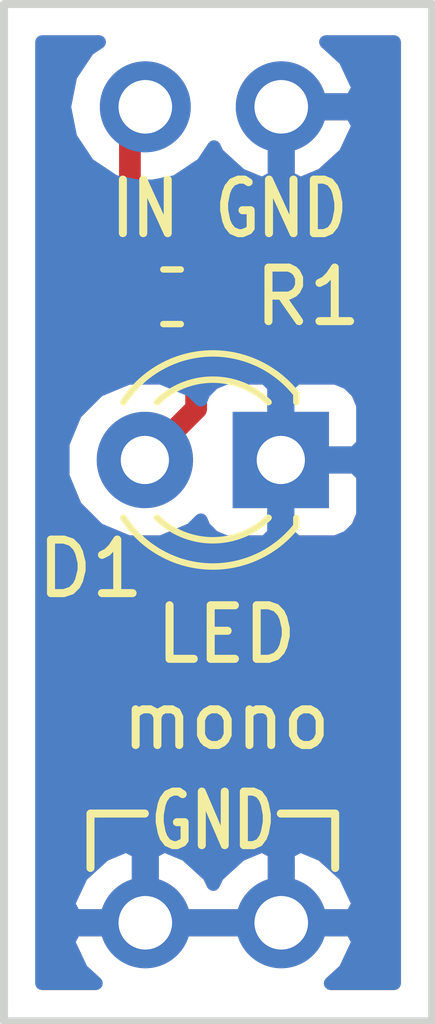
<source format=kicad_pcb>
(kicad_pcb (version 20171130) (host pcbnew "(5.0.0-3-g5ebb6b6)")

  (general
    (thickness 1.6)
    (drawings 12)
    (tracks 5)
    (zones 0)
    (modules 4)
    (nets 4)
  )

  (page A4)
  (layers
    (0 F.Cu signal)
    (31 B.Cu signal)
    (32 B.Adhes user)
    (33 F.Adhes user)
    (34 B.Paste user)
    (35 F.Paste user)
    (36 B.SilkS user)
    (37 F.SilkS user)
    (38 B.Mask user)
    (39 F.Mask user)
    (40 Dwgs.User user)
    (41 Cmts.User user)
    (42 Eco1.User user)
    (43 Eco2.User user)
    (44 Edge.Cuts user)
    (45 Margin user)
    (46 B.CrtYd user hide)
    (47 F.CrtYd user hide)
    (48 B.Fab user hide)
    (49 F.Fab user hide)
  )

  (setup
    (last_trace_width 0.4064)
    (user_trace_width 0.1524)
    (user_trace_width 0.254)
    (user_trace_width 0.4064)
    (user_trace_width 0.635)
    (trace_clearance 0.1524)
    (zone_clearance 0.508)
    (zone_45_only no)
    (trace_min 0.1524)
    (segment_width 0.15)
    (edge_width 0.15)
    (via_size 0.6858)
    (via_drill 0.3048)
    (via_min_size 0.6858)
    (via_min_drill 0.3048)
    (uvia_size 0.3048)
    (uvia_drill 0.1524)
    (uvias_allowed no)
    (uvia_min_size 0.2)
    (uvia_min_drill 0.1)
    (pcb_text_width 0.3)
    (pcb_text_size 1.5 1.5)
    (mod_edge_width 0.15)
    (mod_text_size 1 1)
    (mod_text_width 0.15)
    (pad_size 1.524 1.524)
    (pad_drill 0.762)
    (pad_to_mask_clearance 0.2)
    (aux_axis_origin 0 0)
    (visible_elements FFFFFF7F)
    (pcbplotparams
      (layerselection 0x010fc_ffffffff)
      (usegerberextensions false)
      (usegerberattributes false)
      (usegerberadvancedattributes false)
      (creategerberjobfile false)
      (excludeedgelayer true)
      (linewidth 0.100000)
      (plotframeref false)
      (viasonmask false)
      (mode 1)
      (useauxorigin false)
      (hpglpennumber 1)
      (hpglpenspeed 20)
      (hpglpendiameter 15.000000)
      (psnegative false)
      (psa4output false)
      (plotreference true)
      (plotvalue true)
      (plotinvisibletext false)
      (padsonsilk false)
      (subtractmaskfromsilk false)
      (outputformat 1)
      (mirror false)
      (drillshape 1)
      (scaleselection 1)
      (outputdirectory ""))
  )

  (net 0 "")
  (net 1 GND)
  (net 2 "Net-(D1-Pad2)")
  (net 3 IN)

  (net_class Default "This is the default net class."
    (clearance 0.1524)
    (trace_width 0.1524)
    (via_dia 0.6858)
    (via_drill 0.3048)
    (uvia_dia 0.3048)
    (uvia_drill 0.1524)
    (diff_pair_gap 0.1524)
    (diff_pair_width 0.1524)
    (add_net GND)
    (add_net IN)
    (add_net "Net-(D1-Pad2)")
  )

  (module Connector_PinHeader_2.54mm:PinHeader_1x02_P2.54mm_Vertical (layer B.Cu) (tedit 5FD62D7B) (tstamp 5FD6F9B2)
    (at 103.64 73.16 270)
    (descr "Through hole straight pin header, 1x02, 2.54mm pitch, single row")
    (tags "Through hole pin header THT 1x02 2.54mm single row")
    (path /5FD63147)
    (fp_text reference J2 (at 0 2.33 270) (layer B.SilkS) hide
      (effects (font (size 1 1) (thickness 0.15)) (justify mirror))
    )
    (fp_text value GND (at 0 -4.87 270) (layer B.Fab)
      (effects (font (size 1 1) (thickness 0.15)) (justify mirror))
    )
    (fp_text user %R (at 0 -1.27 180) (layer B.Fab)
      (effects (font (size 1 1) (thickness 0.15)) (justify mirror))
    )
    (fp_line (start 1.8 1.8) (end -1.8 1.8) (layer B.CrtYd) (width 0.05))
    (fp_line (start 1.8 -4.35) (end 1.8 1.8) (layer B.CrtYd) (width 0.05))
    (fp_line (start -1.8 -4.35) (end 1.8 -4.35) (layer B.CrtYd) (width 0.05))
    (fp_line (start -1.8 1.8) (end -1.8 -4.35) (layer B.CrtYd) (width 0.05))
    (fp_line (start -1.27 0.635) (end -0.635 1.27) (layer B.Fab) (width 0.1))
    (fp_line (start -1.27 -3.81) (end -1.27 0.635) (layer B.Fab) (width 0.1))
    (fp_line (start 1.27 -3.81) (end -1.27 -3.81) (layer B.Fab) (width 0.1))
    (fp_line (start 1.27 1.27) (end 1.27 -3.81) (layer B.Fab) (width 0.1))
    (fp_line (start -0.635 1.27) (end 1.27 1.27) (layer B.Fab) (width 0.1))
    (pad 2 thru_hole oval (at 0 -2.54 270) (size 1.7 1.7) (drill 1) (layers *.Cu *.Mask)
      (net 1 GND))
    (pad 1 thru_hole oval (at 0 0 270) (size 1.7 1.7) (drill 1) (layers *.Cu *.Mask)
      (net 1 GND))
    (model ${KISYS3DMOD}/Connector_PinHeader_2.54mm.3dshapes/PinHeader_1x02_P2.54mm_Vertical.wrl
      (at (xyz 0 0 0))
      (scale (xyz 1 1 1))
      (rotate (xyz 0 0 0))
    )
  )

  (module Connector_PinHeader_2.54mm:PinHeader_1x02_P2.54mm_Vertical (layer B.Cu) (tedit 5FD62D60) (tstamp 5FD6F99D)
    (at 103.64 57.92 270)
    (descr "Through hole straight pin header, 1x02, 2.54mm pitch, single row")
    (tags "Through hole pin header THT 1x02 2.54mm single row")
    (path /5FD25C62)
    (fp_text reference J1 (at 0 2.33 270) (layer B.SilkS) hide
      (effects (font (size 1 1) (thickness 0.15)) (justify mirror))
    )
    (fp_text value IN (at 0 -4.87 270) (layer B.Fab)
      (effects (font (size 1 1) (thickness 0.15)) (justify mirror))
    )
    (fp_line (start -0.635 1.27) (end 1.27 1.27) (layer B.Fab) (width 0.1))
    (fp_line (start 1.27 1.27) (end 1.27 -3.81) (layer B.Fab) (width 0.1))
    (fp_line (start 1.27 -3.81) (end -1.27 -3.81) (layer B.Fab) (width 0.1))
    (fp_line (start -1.27 -3.81) (end -1.27 0.635) (layer B.Fab) (width 0.1))
    (fp_line (start -1.27 0.635) (end -0.635 1.27) (layer B.Fab) (width 0.1))
    (fp_line (start -1.8 1.8) (end -1.8 -4.35) (layer B.CrtYd) (width 0.05))
    (fp_line (start -1.8 -4.35) (end 1.8 -4.35) (layer B.CrtYd) (width 0.05))
    (fp_line (start 1.8 -4.35) (end 1.8 1.8) (layer B.CrtYd) (width 0.05))
    (fp_line (start 1.8 1.8) (end -1.8 1.8) (layer B.CrtYd) (width 0.05))
    (fp_text user %R (at 0 -1.27 180) (layer B.Fab)
      (effects (font (size 1 1) (thickness 0.15)) (justify mirror))
    )
    (pad 1 thru_hole oval (at 0 0 270) (size 1.7 1.7) (drill 1) (layers *.Cu *.Mask)
      (net 3 IN))
    (pad 2 thru_hole oval (at 0 -2.54 270) (size 1.7 1.7) (drill 1) (layers *.Cu *.Mask)
      (net 1 GND))
    (model ${KISYS3DMOD}/Connector_PinHeader_2.54mm.3dshapes/PinHeader_1x02_P2.54mm_Vertical.wrl
      (at (xyz 0 0 0))
      (scale (xyz 1 1 1))
      (rotate (xyz 0 0 0))
    )
  )

  (module LED_THT:LED_D3.0mm (layer F.Cu) (tedit 587A3A7B) (tstamp 5FD6F99C)
    (at 106.172 64.516 180)
    (descr "LED, diameter 3.0mm, 2 pins")
    (tags "LED diameter 3.0mm 2 pins")
    (path /5FD62DCA)
    (fp_text reference D1 (at 3.556 -2.032 180) (layer F.SilkS)
      (effects (font (size 1 1) (thickness 0.15)))
    )
    (fp_text value LED (at 1.27 2.96 180) (layer F.Fab)
      (effects (font (size 1 1) (thickness 0.15)))
    )
    (fp_arc (start 1.27 0) (end -0.23 -1.16619) (angle 284.3) (layer F.Fab) (width 0.1))
    (fp_arc (start 1.27 0) (end -0.29 -1.235516) (angle 108.8) (layer F.SilkS) (width 0.12))
    (fp_arc (start 1.27 0) (end -0.29 1.235516) (angle -108.8) (layer F.SilkS) (width 0.12))
    (fp_arc (start 1.27 0) (end 0.229039 -1.08) (angle 87.9) (layer F.SilkS) (width 0.12))
    (fp_arc (start 1.27 0) (end 0.229039 1.08) (angle -87.9) (layer F.SilkS) (width 0.12))
    (fp_circle (center 1.27 0) (end 2.77 0) (layer F.Fab) (width 0.1))
    (fp_line (start -0.23 -1.16619) (end -0.23 1.16619) (layer F.Fab) (width 0.1))
    (fp_line (start -0.29 -1.236) (end -0.29 -1.08) (layer F.SilkS) (width 0.12))
    (fp_line (start -0.29 1.08) (end -0.29 1.236) (layer F.SilkS) (width 0.12))
    (fp_line (start -1.15 -2.25) (end -1.15 2.25) (layer F.CrtYd) (width 0.05))
    (fp_line (start -1.15 2.25) (end 3.7 2.25) (layer F.CrtYd) (width 0.05))
    (fp_line (start 3.7 2.25) (end 3.7 -2.25) (layer F.CrtYd) (width 0.05))
    (fp_line (start 3.7 -2.25) (end -1.15 -2.25) (layer F.CrtYd) (width 0.05))
    (pad 1 thru_hole rect (at 0 0 180) (size 1.8 1.8) (drill 0.9) (layers *.Cu *.Mask)
      (net 1 GND))
    (pad 2 thru_hole circle (at 2.54 0 180) (size 1.8 1.8) (drill 0.9) (layers *.Cu *.Mask)
      (net 2 "Net-(D1-Pad2)"))
    (model ${KISYS3DMOD}/LED_THT.3dshapes/LED_D3.0mm.wrl
      (at (xyz 0 0 0))
      (scale (xyz 1 1 1))
      (rotate (xyz 0 0 0))
    )
  )

  (module Resistor_SMD:R_0603_1608Metric (layer F.Cu) (tedit 5B301BBD) (tstamp 5FD6F9D7)
    (at 104.14 61.468 180)
    (descr "Resistor SMD 0603 (1608 Metric), square (rectangular) end terminal, IPC_7351 nominal, (Body size source: http://www.tortai-tech.com/upload/download/2011102023233369053.pdf), generated with kicad-footprint-generator")
    (tags resistor)
    (path /5FD62CC1)
    (attr smd)
    (fp_text reference R1 (at -2.54 0 180) (layer F.SilkS)
      (effects (font (size 1 1) (thickness 0.15)))
    )
    (fp_text value 100 (at 0 1.43 180) (layer F.Fab)
      (effects (font (size 1 1) (thickness 0.15)))
    )
    (fp_line (start -0.8 0.4) (end -0.8 -0.4) (layer F.Fab) (width 0.1))
    (fp_line (start -0.8 -0.4) (end 0.8 -0.4) (layer F.Fab) (width 0.1))
    (fp_line (start 0.8 -0.4) (end 0.8 0.4) (layer F.Fab) (width 0.1))
    (fp_line (start 0.8 0.4) (end -0.8 0.4) (layer F.Fab) (width 0.1))
    (fp_line (start -0.162779 -0.51) (end 0.162779 -0.51) (layer F.SilkS) (width 0.12))
    (fp_line (start -0.162779 0.51) (end 0.162779 0.51) (layer F.SilkS) (width 0.12))
    (fp_line (start -1.48 0.73) (end -1.48 -0.73) (layer F.CrtYd) (width 0.05))
    (fp_line (start -1.48 -0.73) (end 1.48 -0.73) (layer F.CrtYd) (width 0.05))
    (fp_line (start 1.48 -0.73) (end 1.48 0.73) (layer F.CrtYd) (width 0.05))
    (fp_line (start 1.48 0.73) (end -1.48 0.73) (layer F.CrtYd) (width 0.05))
    (fp_text user %R (at 0 0 180) (layer F.Fab)
      (effects (font (size 0.4 0.4) (thickness 0.06)))
    )
    (pad 1 smd roundrect (at -0.7875 0 180) (size 0.875 0.95) (layers F.Cu F.Paste F.Mask) (roundrect_rratio 0.25)
      (net 2 "Net-(D1-Pad2)"))
    (pad 2 smd roundrect (at 0.7875 0 180) (size 0.875 0.95) (layers F.Cu F.Paste F.Mask) (roundrect_rratio 0.25)
      (net 3 IN))
    (model ${KISYS3DMOD}/Resistor_SMD.3dshapes/R_0603_1608Metric.wrl
      (at (xyz 0 0 0))
      (scale (xyz 1 1 1))
      (rotate (xyz 0 0 0))
    )
  )

  (gr_line (start 107.188 71.12) (end 107.188 72.136) (layer F.SilkS) (width 0.15))
  (gr_line (start 106.172 71.12) (end 107.188 71.12) (layer F.SilkS) (width 0.15))
  (gr_line (start 102.616 71.12) (end 102.616 72.136) (layer F.SilkS) (width 0.15))
  (gr_line (start 103.632 71.12) (end 102.616 71.12) (layer F.SilkS) (width 0.15))
  (gr_text IN (at 103.64 59.825) (layer F.SilkS) (tstamp 5FD6FC0C)
    (effects (font (size 1 0.8) (thickness 0.15)))
  )
  (gr_text GND (at 104.91 71.255) (layer F.SilkS) (tstamp 5FD26967)
    (effects (font (size 1 0.75) (thickness 0.15)))
  )
  (gr_text GND (at 106.18 59.825) (layer F.SilkS) (tstamp 5FD2688E)
    (effects (font (size 1 0.8) (thickness 0.15)))
  )
  (gr_text "LED\nmono" (at 105.156 68.58) (layer F.SilkS) (tstamp 5FC9695F)
    (effects (font (size 1 0.95) (thickness 0.15)))
  )
  (gr_line (start 101 56) (end 101 75) (layer Edge.Cuts) (width 0.15))
  (gr_line (start 109 56) (end 101 56) (layer Edge.Cuts) (width 0.15))
  (gr_line (start 109 75) (end 109 56) (layer Edge.Cuts) (width 0.15))
  (gr_line (start 101 75) (end 109 75) (layer Edge.Cuts) (width 0.15))

  (segment (start 104.59 61.8055) (end 104.59 63.558) (width 0.4064) (layer F.Cu) (net 2))
  (segment (start 104.59 63.558) (end 103.632 64.516) (width 0.4064) (layer F.Cu) (net 2))
  (segment (start 104.9275 61.468) (end 104.59 61.8055) (width 0.4064) (layer F.Cu) (net 2))
  (segment (start 103.3525 58.2075) (end 103.64 57.92) (width 0.4064) (layer F.Cu) (net 3))
  (segment (start 103.3525 61.468) (end 103.3525 58.2075) (width 0.4064) (layer F.Cu) (net 3))

  (zone (net 1) (net_name GND) (layer F.Cu) (tstamp 0) (hatch edge 0.508)
    (connect_pads (clearance 0.508))
    (min_thickness 0.254)
    (fill yes (arc_segments 16) (thermal_gap 0.508) (thermal_bridge_width 0.508))
    (polygon
      (pts
        (xy 101 56) (xy 109 56) (xy 109 75) (xy 101 75)
      )
    )
    (filled_polygon
      (pts
        (xy 102.569375 56.849375) (xy 102.241161 57.340582) (xy 102.125908 57.92) (xy 102.241161 58.499418) (xy 102.514301 58.908201)
        (xy 102.5143 60.609678) (xy 102.333495 60.880273) (xy 102.26756 61.21175) (xy 102.26756 61.72425) (xy 102.333495 62.055727)
        (xy 102.521261 62.336739) (xy 102.802273 62.524505) (xy 103.13375 62.59044) (xy 103.57125 62.59044) (xy 103.7518 62.554526)
        (xy 103.751801 62.981) (xy 103.32667 62.981) (xy 102.762493 63.21469) (xy 102.33069 63.646493) (xy 102.097 64.21067)
        (xy 102.097 64.82133) (xy 102.33069 65.385507) (xy 102.762493 65.81731) (xy 103.32667 66.051) (xy 103.93733 66.051)
        (xy 104.501507 65.81731) (xy 104.677861 65.640956) (xy 104.733673 65.775699) (xy 104.912302 65.954327) (xy 105.145691 66.051)
        (xy 105.88625 66.051) (xy 106.045 65.89225) (xy 106.045 64.643) (xy 106.299 64.643) (xy 106.299 65.89225)
        (xy 106.45775 66.051) (xy 107.198309 66.051) (xy 107.431698 65.954327) (xy 107.610327 65.775699) (xy 107.707 65.54231)
        (xy 107.707 64.80175) (xy 107.54825 64.643) (xy 106.299 64.643) (xy 106.045 64.643) (xy 106.025 64.643)
        (xy 106.025 64.389) (xy 106.045 64.389) (xy 106.045 63.13975) (xy 106.299 63.13975) (xy 106.299 64.389)
        (xy 107.54825 64.389) (xy 107.707 64.23025) (xy 107.707 63.48969) (xy 107.610327 63.256301) (xy 107.431698 63.077673)
        (xy 107.198309 62.981) (xy 106.45775 62.981) (xy 106.299 63.13975) (xy 106.045 63.13975) (xy 105.88625 62.981)
        (xy 105.4282 62.981) (xy 105.4282 62.534357) (xy 105.477727 62.524505) (xy 105.758739 62.336739) (xy 105.946505 62.055727)
        (xy 106.01244 61.72425) (xy 106.01244 61.21175) (xy 105.946505 60.880273) (xy 105.758739 60.599261) (xy 105.477727 60.411495)
        (xy 105.14625 60.34556) (xy 104.70875 60.34556) (xy 104.377273 60.411495) (xy 104.1907 60.536159) (xy 104.1907 59.324551)
        (xy 104.219418 59.318839) (xy 104.710625 58.990625) (xy 104.923843 58.671522) (xy 104.984817 58.801358) (xy 105.413076 59.191645)
        (xy 105.82311 59.361476) (xy 106.053 59.240155) (xy 106.053 58.047) (xy 106.307 58.047) (xy 106.307 59.240155)
        (xy 106.53689 59.361476) (xy 106.946924 59.191645) (xy 107.375183 58.801358) (xy 107.621486 58.276892) (xy 107.500819 58.047)
        (xy 106.307 58.047) (xy 106.053 58.047) (xy 106.033 58.047) (xy 106.033 57.793) (xy 106.053 57.793)
        (xy 106.053 57.773) (xy 106.307 57.773) (xy 106.307 57.793) (xy 107.500819 57.793) (xy 107.621486 57.563108)
        (xy 107.375183 57.038642) (xy 107.014567 56.71) (xy 108.290001 56.71) (xy 108.29 74.29) (xy 107.10235 74.29)
        (xy 107.375183 74.041358) (xy 107.621486 73.516892) (xy 107.500819 73.287) (xy 106.307 73.287) (xy 106.307 73.307)
        (xy 106.053 73.307) (xy 106.053 73.287) (xy 103.767 73.287) (xy 103.767 73.307) (xy 103.513 73.307)
        (xy 103.513 73.287) (xy 102.319181 73.287) (xy 102.198514 73.516892) (xy 102.444817 74.041358) (xy 102.71765 74.29)
        (xy 101.71 74.29) (xy 101.71 72.803108) (xy 102.198514 72.803108) (xy 102.319181 73.033) (xy 103.513 73.033)
        (xy 103.513 71.839845) (xy 103.767 71.839845) (xy 103.767 73.033) (xy 106.053 73.033) (xy 106.053 71.839845)
        (xy 106.307 71.839845) (xy 106.307 73.033) (xy 107.500819 73.033) (xy 107.621486 72.803108) (xy 107.375183 72.278642)
        (xy 106.946924 71.888355) (xy 106.53689 71.718524) (xy 106.307 71.839845) (xy 106.053 71.839845) (xy 105.82311 71.718524)
        (xy 105.413076 71.888355) (xy 104.984817 72.278642) (xy 104.91 72.437954) (xy 104.835183 72.278642) (xy 104.406924 71.888355)
        (xy 103.99689 71.718524) (xy 103.767 71.839845) (xy 103.513 71.839845) (xy 103.28311 71.718524) (xy 102.873076 71.888355)
        (xy 102.444817 72.278642) (xy 102.198514 72.803108) (xy 101.71 72.803108) (xy 101.71 56.71) (xy 102.777964 56.71)
      )
    )
  )
  (zone (net 1) (net_name GND) (layer B.Cu) (tstamp 0) (hatch edge 0.508)
    (connect_pads (clearance 0.508))
    (min_thickness 0.254)
    (fill yes (arc_segments 16) (thermal_gap 0.508) (thermal_bridge_width 0.508))
    (polygon
      (pts
        (xy 101 56) (xy 109 56) (xy 109 75) (xy 101 75)
      )
    )
    (filled_polygon
      (pts
        (xy 102.569375 56.849375) (xy 102.241161 57.340582) (xy 102.125908 57.92) (xy 102.241161 58.499418) (xy 102.569375 58.990625)
        (xy 103.060582 59.318839) (xy 103.493744 59.405) (xy 103.786256 59.405) (xy 104.219418 59.318839) (xy 104.710625 58.990625)
        (xy 104.923843 58.671522) (xy 104.984817 58.801358) (xy 105.413076 59.191645) (xy 105.82311 59.361476) (xy 106.053 59.240155)
        (xy 106.053 58.047) (xy 106.307 58.047) (xy 106.307 59.240155) (xy 106.53689 59.361476) (xy 106.946924 59.191645)
        (xy 107.375183 58.801358) (xy 107.621486 58.276892) (xy 107.500819 58.047) (xy 106.307 58.047) (xy 106.053 58.047)
        (xy 106.033 58.047) (xy 106.033 57.793) (xy 106.053 57.793) (xy 106.053 57.773) (xy 106.307 57.773)
        (xy 106.307 57.793) (xy 107.500819 57.793) (xy 107.621486 57.563108) (xy 107.375183 57.038642) (xy 107.014567 56.71)
        (xy 108.290001 56.71) (xy 108.29 74.29) (xy 107.10235 74.29) (xy 107.375183 74.041358) (xy 107.621486 73.516892)
        (xy 107.500819 73.287) (xy 106.307 73.287) (xy 106.307 73.307) (xy 106.053 73.307) (xy 106.053 73.287)
        (xy 103.767 73.287) (xy 103.767 73.307) (xy 103.513 73.307) (xy 103.513 73.287) (xy 102.319181 73.287)
        (xy 102.198514 73.516892) (xy 102.444817 74.041358) (xy 102.71765 74.29) (xy 101.71 74.29) (xy 101.71 72.803108)
        (xy 102.198514 72.803108) (xy 102.319181 73.033) (xy 103.513 73.033) (xy 103.513 71.839845) (xy 103.767 71.839845)
        (xy 103.767 73.033) (xy 106.053 73.033) (xy 106.053 71.839845) (xy 106.307 71.839845) (xy 106.307 73.033)
        (xy 107.500819 73.033) (xy 107.621486 72.803108) (xy 107.375183 72.278642) (xy 106.946924 71.888355) (xy 106.53689 71.718524)
        (xy 106.307 71.839845) (xy 106.053 71.839845) (xy 105.82311 71.718524) (xy 105.413076 71.888355) (xy 104.984817 72.278642)
        (xy 104.91 72.437954) (xy 104.835183 72.278642) (xy 104.406924 71.888355) (xy 103.99689 71.718524) (xy 103.767 71.839845)
        (xy 103.513 71.839845) (xy 103.28311 71.718524) (xy 102.873076 71.888355) (xy 102.444817 72.278642) (xy 102.198514 72.803108)
        (xy 101.71 72.803108) (xy 101.71 64.21067) (xy 102.097 64.21067) (xy 102.097 64.82133) (xy 102.33069 65.385507)
        (xy 102.762493 65.81731) (xy 103.32667 66.051) (xy 103.93733 66.051) (xy 104.501507 65.81731) (xy 104.677861 65.640956)
        (xy 104.733673 65.775699) (xy 104.912302 65.954327) (xy 105.145691 66.051) (xy 105.88625 66.051) (xy 106.045 65.89225)
        (xy 106.045 64.643) (xy 106.299 64.643) (xy 106.299 65.89225) (xy 106.45775 66.051) (xy 107.198309 66.051)
        (xy 107.431698 65.954327) (xy 107.610327 65.775699) (xy 107.707 65.54231) (xy 107.707 64.80175) (xy 107.54825 64.643)
        (xy 106.299 64.643) (xy 106.045 64.643) (xy 106.025 64.643) (xy 106.025 64.389) (xy 106.045 64.389)
        (xy 106.045 63.13975) (xy 106.299 63.13975) (xy 106.299 64.389) (xy 107.54825 64.389) (xy 107.707 64.23025)
        (xy 107.707 63.48969) (xy 107.610327 63.256301) (xy 107.431698 63.077673) (xy 107.198309 62.981) (xy 106.45775 62.981)
        (xy 106.299 63.13975) (xy 106.045 63.13975) (xy 105.88625 62.981) (xy 105.145691 62.981) (xy 104.912302 63.077673)
        (xy 104.733673 63.256301) (xy 104.677861 63.391044) (xy 104.501507 63.21469) (xy 103.93733 62.981) (xy 103.32667 62.981)
        (xy 102.762493 63.21469) (xy 102.33069 63.646493) (xy 102.097 64.21067) (xy 101.71 64.21067) (xy 101.71 56.71)
        (xy 102.777964 56.71)
      )
    )
  )
)

</source>
